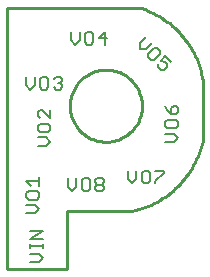
<source format=gbo>
G75*
%MOIN*%
%OFA0B0*%
%FSLAX24Y24*%
%IPPOS*%
%LPD*%
%AMOC8*
5,1,8,0,0,1.08239X$1,22.5*
%
%ADD10C,0.0100*%
%ADD11C,0.0080*%
D10*
X002392Y002454D02*
X002392Y011142D01*
X006892Y011142D01*
X008954Y008517D02*
X008954Y006829D01*
X006579Y004392D02*
X004392Y004392D01*
X004392Y002454D01*
X002392Y002454D01*
X006580Y004392D02*
X006686Y004416D01*
X006792Y004445D01*
X006896Y004477D01*
X006999Y004513D01*
X007101Y004553D01*
X007202Y004596D01*
X007301Y004643D01*
X007398Y004693D01*
X007493Y004747D01*
X007586Y004804D01*
X007677Y004864D01*
X007766Y004928D01*
X007853Y004994D01*
X007937Y005064D01*
X008019Y005137D01*
X008098Y005212D01*
X008174Y005290D01*
X008248Y005371D01*
X008318Y005455D01*
X008386Y005541D01*
X008450Y005629D01*
X008511Y005720D01*
X008569Y005813D01*
X008624Y005907D01*
X008675Y006004D01*
X008723Y006102D01*
X008767Y006202D01*
X008808Y006304D01*
X008844Y006407D01*
X008878Y006511D01*
X008907Y006616D01*
X008933Y006722D01*
X008955Y006829D01*
X008954Y008516D02*
X008944Y008623D01*
X008930Y008729D01*
X008912Y008835D01*
X008890Y008940D01*
X008865Y009044D01*
X008836Y009148D01*
X008803Y009250D01*
X008767Y009351D01*
X008727Y009450D01*
X008684Y009548D01*
X008637Y009645D01*
X008587Y009739D01*
X008533Y009832D01*
X008476Y009923D01*
X008416Y010012D01*
X008353Y010099D01*
X008287Y010183D01*
X008217Y010265D01*
X008145Y010344D01*
X008070Y010421D01*
X007993Y010495D01*
X007913Y010566D01*
X007830Y010635D01*
X007745Y010700D01*
X007658Y010762D01*
X007568Y010821D01*
X007477Y010877D01*
X007383Y010930D01*
X007288Y010979D01*
X007191Y011025D01*
X007093Y011067D01*
X006993Y011106D01*
X006891Y011141D01*
X004504Y007892D02*
X004506Y007961D01*
X004512Y008030D01*
X004522Y008098D01*
X004536Y008166D01*
X004553Y008233D01*
X004575Y008299D01*
X004600Y008363D01*
X004629Y008426D01*
X004662Y008487D01*
X004698Y008546D01*
X004737Y008603D01*
X004780Y008657D01*
X004825Y008709D01*
X004874Y008759D01*
X004925Y008805D01*
X004979Y008848D01*
X005036Y008889D01*
X005094Y008925D01*
X005155Y008959D01*
X005217Y008989D01*
X005281Y009015D01*
X005346Y009037D01*
X005413Y009056D01*
X005481Y009071D01*
X005549Y009082D01*
X005618Y009089D01*
X005687Y009092D01*
X005756Y009091D01*
X005825Y009086D01*
X005893Y009077D01*
X005961Y009064D01*
X006028Y009047D01*
X006095Y009027D01*
X006159Y009002D01*
X006222Y008974D01*
X006284Y008943D01*
X006343Y008907D01*
X006401Y008869D01*
X006456Y008827D01*
X006509Y008782D01*
X006559Y008734D01*
X006606Y008684D01*
X006650Y008630D01*
X006691Y008575D01*
X006729Y008517D01*
X006763Y008457D01*
X006794Y008395D01*
X006821Y008331D01*
X006844Y008266D01*
X006864Y008200D01*
X006880Y008132D01*
X006892Y008064D01*
X006900Y007996D01*
X006904Y007927D01*
X006904Y007857D01*
X006900Y007788D01*
X006892Y007720D01*
X006880Y007652D01*
X006864Y007584D01*
X006844Y007518D01*
X006821Y007453D01*
X006794Y007389D01*
X006763Y007327D01*
X006729Y007267D01*
X006691Y007209D01*
X006650Y007154D01*
X006606Y007100D01*
X006559Y007050D01*
X006509Y007002D01*
X006456Y006957D01*
X006401Y006915D01*
X006343Y006877D01*
X006284Y006841D01*
X006222Y006810D01*
X006159Y006782D01*
X006095Y006757D01*
X006028Y006737D01*
X005961Y006720D01*
X005893Y006707D01*
X005825Y006698D01*
X005756Y006693D01*
X005687Y006692D01*
X005618Y006695D01*
X005549Y006702D01*
X005481Y006713D01*
X005413Y006728D01*
X005346Y006747D01*
X005281Y006769D01*
X005217Y006795D01*
X005155Y006825D01*
X005094Y006859D01*
X005036Y006895D01*
X004979Y006936D01*
X004925Y006979D01*
X004874Y007025D01*
X004825Y007075D01*
X004780Y007127D01*
X004737Y007181D01*
X004698Y007238D01*
X004662Y007297D01*
X004629Y007358D01*
X004600Y007421D01*
X004575Y007485D01*
X004553Y007551D01*
X004536Y007618D01*
X004522Y007686D01*
X004512Y007754D01*
X004506Y007823D01*
X004504Y007892D01*
D11*
X004181Y008432D02*
X004041Y008432D01*
X003971Y008502D01*
X003791Y008502D02*
X003791Y008782D01*
X003721Y008852D01*
X003581Y008852D01*
X003511Y008782D01*
X003511Y008502D01*
X003581Y008432D01*
X003721Y008432D01*
X003791Y008502D01*
X003971Y008782D02*
X004041Y008852D01*
X004181Y008852D01*
X004252Y008782D01*
X004252Y008712D01*
X004181Y008642D01*
X004252Y008572D01*
X004252Y008502D01*
X004181Y008432D01*
X004181Y008642D02*
X004111Y008642D01*
X003331Y008572D02*
X003331Y008852D01*
X003331Y008572D02*
X003191Y008432D01*
X003050Y008572D01*
X003050Y008852D01*
X003501Y007758D02*
X003431Y007688D01*
X003431Y007548D01*
X003501Y007477D01*
X003501Y007297D02*
X003431Y007227D01*
X003431Y007087D01*
X003501Y007017D01*
X003782Y007017D01*
X003852Y007087D01*
X003852Y007227D01*
X003782Y007297D01*
X003501Y007297D01*
X003852Y007477D02*
X003571Y007758D01*
X003501Y007758D01*
X003852Y007758D02*
X003852Y007477D01*
X003712Y006837D02*
X003431Y006837D01*
X003431Y006557D02*
X003712Y006557D01*
X003852Y006697D01*
X003712Y006837D01*
X003477Y005508D02*
X003477Y005227D01*
X003477Y005368D02*
X003056Y005368D01*
X003196Y005227D01*
X003126Y005047D02*
X003056Y004977D01*
X003056Y004837D01*
X003126Y004767D01*
X003407Y004767D01*
X003477Y004837D01*
X003477Y004977D01*
X003407Y005047D01*
X003126Y005047D01*
X003056Y004587D02*
X003337Y004587D01*
X003477Y004447D01*
X003337Y004307D01*
X003056Y004307D01*
X003181Y003729D02*
X003602Y003729D01*
X003181Y003449D01*
X003602Y003449D01*
X003602Y003282D02*
X003602Y003142D01*
X003602Y003212D02*
X003181Y003212D01*
X003181Y003142D02*
X003181Y003282D01*
X003181Y002962D02*
X003462Y002962D01*
X003602Y002822D01*
X003462Y002682D01*
X003181Y002682D01*
X004572Y005057D02*
X004712Y005197D01*
X004712Y005477D01*
X004892Y005407D02*
X004892Y005127D01*
X004962Y005057D01*
X005102Y005057D01*
X005172Y005127D01*
X005172Y005407D01*
X005102Y005477D01*
X004962Y005477D01*
X004892Y005407D01*
X004572Y005057D02*
X004432Y005197D01*
X004432Y005477D01*
X005352Y005407D02*
X005352Y005337D01*
X005423Y005267D01*
X005563Y005267D01*
X005633Y005197D01*
X005633Y005127D01*
X005563Y005057D01*
X005423Y005057D01*
X005352Y005127D01*
X005352Y005197D01*
X005423Y005267D01*
X005563Y005267D02*
X005633Y005337D01*
X005633Y005407D01*
X005563Y005477D01*
X005423Y005477D01*
X005352Y005407D01*
X006432Y005447D02*
X006572Y005307D01*
X006712Y005447D01*
X006712Y005727D01*
X006892Y005657D02*
X006892Y005377D01*
X006962Y005307D01*
X007102Y005307D01*
X007172Y005377D01*
X007172Y005657D01*
X007102Y005727D01*
X006962Y005727D01*
X006892Y005657D01*
X007352Y005727D02*
X007633Y005727D01*
X007633Y005657D01*
X007352Y005377D01*
X007352Y005307D01*
X006432Y005447D02*
X006432Y005727D01*
X007681Y006682D02*
X007962Y006682D01*
X008102Y006822D01*
X007962Y006962D01*
X007681Y006962D01*
X007751Y007142D02*
X008032Y007142D01*
X008102Y007212D01*
X008102Y007352D01*
X008032Y007422D01*
X007751Y007422D01*
X007681Y007352D01*
X007681Y007212D01*
X007751Y007142D01*
X007891Y007602D02*
X007891Y007813D01*
X007962Y007883D01*
X008032Y007883D01*
X008102Y007813D01*
X008102Y007673D01*
X008032Y007602D01*
X007891Y007602D01*
X007751Y007743D01*
X007681Y007883D01*
X007642Y009090D02*
X007543Y009090D01*
X007444Y009189D01*
X007444Y009288D01*
X007543Y009387D02*
X007691Y009338D01*
X007741Y009288D01*
X007741Y009189D01*
X007642Y009090D01*
X007543Y009387D02*
X007691Y009536D01*
X007890Y009338D01*
X007514Y009614D02*
X007514Y009713D01*
X007415Y009812D01*
X007316Y009812D01*
X007118Y009614D01*
X007118Y009515D01*
X007217Y009416D01*
X007316Y009416D01*
X007514Y009614D01*
X007238Y009989D02*
X007040Y009791D01*
X006842Y009791D01*
X006842Y009989D01*
X007040Y010187D01*
X005752Y010142D02*
X005471Y010142D01*
X005681Y010352D01*
X005681Y009932D01*
X005291Y010002D02*
X005291Y010282D01*
X005221Y010352D01*
X005081Y010352D01*
X005011Y010282D01*
X005011Y010002D01*
X005081Y009932D01*
X005221Y009932D01*
X005291Y010002D01*
X004831Y010072D02*
X004831Y010352D01*
X004831Y010072D02*
X004691Y009932D01*
X004550Y010072D01*
X004550Y010352D01*
M02*

</source>
